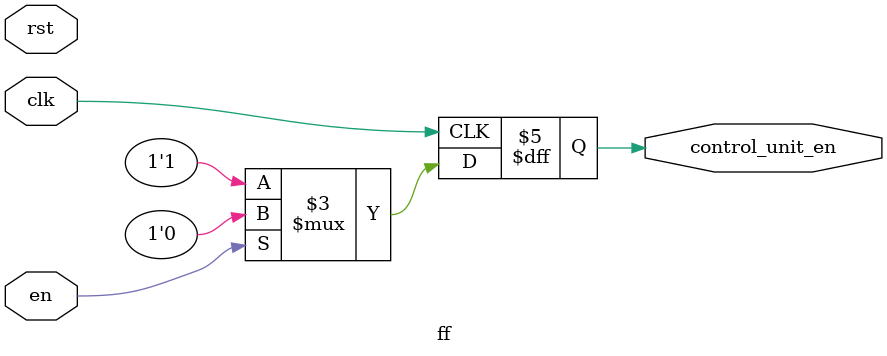
<source format=v>
`timescale 1ns / 1ps

module ff(
    input clk, rst, en,
    output reg control_unit_en
);

always @(posedge clk) begin
    if (en) begin
        control_unit_en = 0;
    end
    else begin
	control_unit_en = 1;
    end
end
endmodule

</source>
